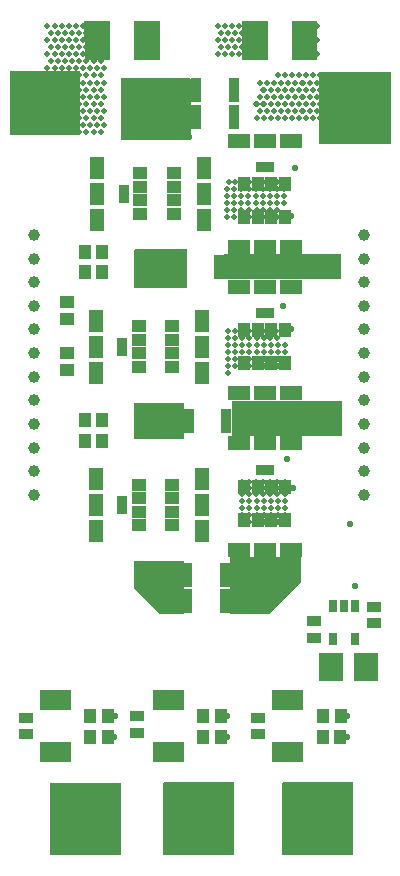
<source format=gbs>
G04*
G04 #@! TF.GenerationSoftware,Altium Limited,Altium Designer,20.0.2 (26)*
G04*
G04 Layer_Color=16711935*
%FSLAX25Y25*%
%MOIN*%
G70*
G01*
G75*
%ADD16R,0.04540X0.04343*%
%ADD18R,0.04343X0.04540*%
%ADD21C,0.03950*%
%ADD22C,0.01981*%
%ADD23C,0.02178*%
%ADD43R,0.04147X0.05131*%
%ADD44R,0.05918X0.03556*%
%ADD45R,0.07493X0.05131*%
%ADD46R,0.05131X0.04147*%
%ADD47R,0.03556X0.05918*%
%ADD48R,0.05131X0.07493*%
%ADD49R,0.04501X0.03753*%
%ADD50R,0.07887X0.09658*%
%ADD51R,0.03162X0.04343*%
%ADD52R,0.02572X0.06509*%
%ADD53R,0.03241X0.07965*%
G36*
X674508Y324000D02*
X666123D01*
X666008Y337000D01*
X674508D01*
Y324000D01*
D02*
G37*
G36*
X658000D02*
X649615D01*
X649500Y337000D01*
X658000D01*
Y324000D01*
D02*
G37*
G36*
X622000D02*
X613615D01*
X613500Y337000D01*
X622000D01*
Y324000D01*
D02*
G37*
G36*
X605449D02*
X597064D01*
X596949Y337000D01*
X605449D01*
Y324000D01*
D02*
G37*
G36*
X595500Y299072D02*
X595428Y299000D01*
X572000D01*
Y320537D01*
X595500D01*
Y299072D01*
D02*
G37*
G36*
X632500Y317660D02*
Y297217D01*
X609283D01*
X609000Y297500D01*
Y318072D01*
X632289D01*
X632500Y317660D01*
D02*
G37*
G36*
X699000Y296000D02*
X675000D01*
Y320000D01*
X699000D01*
Y296000D01*
D02*
G37*
G36*
X682628Y250911D02*
X643964Y250902D01*
X643610Y251255D01*
Y259248D01*
X643786Y259424D01*
X682628D01*
Y250911D01*
D02*
G37*
G36*
X631144Y248000D02*
X631142Y247998D01*
X613500D01*
X613393Y260645D01*
X613745Y261000D01*
X631144D01*
Y248000D01*
D02*
G37*
G36*
X682811Y198575D02*
X646110D01*
Y210500D01*
X682811D01*
Y198575D01*
D02*
G37*
G36*
X630222Y197610D02*
X613500D01*
X613500Y209787D01*
X630222D01*
Y197610D01*
D02*
G37*
G36*
X669075Y149818D02*
X658505Y139249D01*
X645610D01*
Y158280D01*
X669075D01*
Y149818D01*
D02*
G37*
G36*
X630222Y139249D02*
X622011D01*
X613500Y147760D01*
Y157000D01*
X630222D01*
Y139249D01*
D02*
G37*
G36*
X686480Y59018D02*
X662878D01*
X662859Y83146D01*
X663212Y83500D01*
X686480D01*
Y59018D01*
D02*
G37*
G36*
X646799Y83500D02*
X646799Y83500D01*
Y58999D01*
X623414D01*
X623061Y59352D01*
X622990Y83146D01*
X623343Y83500D01*
X646799D01*
D02*
G37*
G36*
X609201Y58999D02*
X585579D01*
Y83000D01*
X609201D01*
Y58999D01*
D02*
G37*
D16*
X591287Y243453D02*
D03*
Y237547D02*
D03*
X591000Y220547D02*
D03*
Y226453D02*
D03*
D18*
X602953Y197000D02*
D03*
X597047D02*
D03*
X602953Y204000D02*
D03*
X597047D02*
D03*
X602953Y253500D02*
D03*
X597047D02*
D03*
X602953Y260000D02*
D03*
X597047D02*
D03*
X604843Y98500D02*
D03*
X598937D02*
D03*
X604843Y105500D02*
D03*
X598937D02*
D03*
X682342D02*
D03*
X676437D02*
D03*
X682295Y98500D02*
D03*
X676390D02*
D03*
X642343Y105500D02*
D03*
X636437D02*
D03*
X642343Y98500D02*
D03*
X636437D02*
D03*
D21*
X690158Y179130D02*
D03*
Y187004D02*
D03*
Y194878D02*
D03*
Y202752D02*
D03*
Y210626D02*
D03*
Y218500D02*
D03*
Y226374D02*
D03*
Y234248D02*
D03*
Y242122D02*
D03*
Y249996D02*
D03*
Y257870D02*
D03*
Y265744D02*
D03*
X580000Y179130D02*
D03*
Y187004D02*
D03*
Y194878D02*
D03*
Y202752D02*
D03*
Y210626D02*
D03*
Y218500D02*
D03*
Y226374D02*
D03*
Y234248D02*
D03*
Y242122D02*
D03*
Y249996D02*
D03*
Y257870D02*
D03*
Y265744D02*
D03*
D22*
X685038Y77953D02*
D03*
Y75590D02*
D03*
Y73228D02*
D03*
Y70866D02*
D03*
Y68504D02*
D03*
Y66142D02*
D03*
Y63779D02*
D03*
Y61417D02*
D03*
X682676Y77953D02*
D03*
Y75590D02*
D03*
Y73228D02*
D03*
Y70866D02*
D03*
Y68504D02*
D03*
Y66142D02*
D03*
Y63779D02*
D03*
Y61417D02*
D03*
X680314Y77953D02*
D03*
Y75590D02*
D03*
Y73228D02*
D03*
Y70866D02*
D03*
Y68504D02*
D03*
Y66142D02*
D03*
Y63779D02*
D03*
Y61417D02*
D03*
X677951Y77953D02*
D03*
Y75590D02*
D03*
Y73228D02*
D03*
Y70866D02*
D03*
Y68504D02*
D03*
Y66142D02*
D03*
Y63779D02*
D03*
Y61417D02*
D03*
X675589Y77953D02*
D03*
Y75590D02*
D03*
Y73228D02*
D03*
Y70866D02*
D03*
Y68504D02*
D03*
Y66142D02*
D03*
Y63779D02*
D03*
Y61417D02*
D03*
X673227Y77953D02*
D03*
Y75590D02*
D03*
Y73228D02*
D03*
Y70866D02*
D03*
Y68504D02*
D03*
Y66142D02*
D03*
Y63779D02*
D03*
Y61417D02*
D03*
X670865Y77953D02*
D03*
Y75590D02*
D03*
Y73228D02*
D03*
Y70866D02*
D03*
Y68504D02*
D03*
Y66142D02*
D03*
Y63779D02*
D03*
Y61417D02*
D03*
X668503Y77953D02*
D03*
Y75590D02*
D03*
Y73228D02*
D03*
Y70866D02*
D03*
Y68504D02*
D03*
Y66142D02*
D03*
Y63779D02*
D03*
Y61417D02*
D03*
X666140Y77953D02*
D03*
Y75590D02*
D03*
Y73228D02*
D03*
Y70866D02*
D03*
Y68504D02*
D03*
Y66142D02*
D03*
Y63779D02*
D03*
Y61417D02*
D03*
X663778Y77953D02*
D03*
Y75590D02*
D03*
Y73228D02*
D03*
Y70866D02*
D03*
Y68504D02*
D03*
Y66142D02*
D03*
Y63779D02*
D03*
Y61417D02*
D03*
X644881Y77953D02*
D03*
Y75590D02*
D03*
Y73228D02*
D03*
Y70866D02*
D03*
Y68504D02*
D03*
Y66142D02*
D03*
Y63779D02*
D03*
Y61417D02*
D03*
X642518Y77953D02*
D03*
Y75590D02*
D03*
Y73228D02*
D03*
Y70866D02*
D03*
Y68504D02*
D03*
Y66142D02*
D03*
Y63779D02*
D03*
Y61417D02*
D03*
X640156Y77953D02*
D03*
Y75590D02*
D03*
Y73228D02*
D03*
Y70866D02*
D03*
Y68504D02*
D03*
Y66142D02*
D03*
Y63779D02*
D03*
Y61417D02*
D03*
X637794Y77953D02*
D03*
Y75590D02*
D03*
Y73228D02*
D03*
Y70866D02*
D03*
Y68504D02*
D03*
Y66142D02*
D03*
Y63779D02*
D03*
Y61417D02*
D03*
X635432Y77953D02*
D03*
Y75590D02*
D03*
Y73228D02*
D03*
Y70866D02*
D03*
Y68504D02*
D03*
Y66142D02*
D03*
Y63779D02*
D03*
Y61417D02*
D03*
X633070Y77953D02*
D03*
Y75590D02*
D03*
Y73228D02*
D03*
Y70866D02*
D03*
Y68504D02*
D03*
Y66142D02*
D03*
Y63779D02*
D03*
Y61417D02*
D03*
X630707Y77953D02*
D03*
Y75590D02*
D03*
Y73228D02*
D03*
Y70866D02*
D03*
Y68504D02*
D03*
Y66142D02*
D03*
Y63779D02*
D03*
Y61417D02*
D03*
X628345Y77953D02*
D03*
Y75590D02*
D03*
Y73228D02*
D03*
Y70866D02*
D03*
Y68504D02*
D03*
Y66142D02*
D03*
Y63779D02*
D03*
Y61417D02*
D03*
X625983Y77953D02*
D03*
Y75590D02*
D03*
Y73228D02*
D03*
Y70866D02*
D03*
Y68504D02*
D03*
Y66142D02*
D03*
Y63779D02*
D03*
Y61417D02*
D03*
X607085Y77953D02*
D03*
Y75590D02*
D03*
Y73228D02*
D03*
Y70866D02*
D03*
Y68504D02*
D03*
Y66142D02*
D03*
Y63779D02*
D03*
Y61417D02*
D03*
X604723Y77953D02*
D03*
Y75590D02*
D03*
Y73228D02*
D03*
Y70866D02*
D03*
Y68504D02*
D03*
Y66142D02*
D03*
Y63779D02*
D03*
Y61417D02*
D03*
X602361Y77953D02*
D03*
Y75590D02*
D03*
Y73228D02*
D03*
Y70866D02*
D03*
Y68504D02*
D03*
Y66142D02*
D03*
Y63779D02*
D03*
Y61417D02*
D03*
X599999Y77953D02*
D03*
Y75590D02*
D03*
Y73228D02*
D03*
Y70866D02*
D03*
Y68504D02*
D03*
Y66142D02*
D03*
Y63779D02*
D03*
Y61417D02*
D03*
X597637Y77953D02*
D03*
Y75590D02*
D03*
Y73228D02*
D03*
Y70866D02*
D03*
Y68504D02*
D03*
Y66142D02*
D03*
Y63779D02*
D03*
Y61417D02*
D03*
X595274Y77953D02*
D03*
Y75590D02*
D03*
Y73228D02*
D03*
Y70866D02*
D03*
Y68504D02*
D03*
Y66142D02*
D03*
Y63779D02*
D03*
Y61417D02*
D03*
X592912Y77953D02*
D03*
Y75590D02*
D03*
Y73228D02*
D03*
Y70866D02*
D03*
Y68504D02*
D03*
Y66142D02*
D03*
Y63779D02*
D03*
Y61417D02*
D03*
X590550Y77953D02*
D03*
Y75590D02*
D03*
Y73228D02*
D03*
Y70866D02*
D03*
Y68504D02*
D03*
Y66142D02*
D03*
Y63779D02*
D03*
Y61417D02*
D03*
X588188Y77953D02*
D03*
Y75590D02*
D03*
Y73228D02*
D03*
Y70866D02*
D03*
Y68504D02*
D03*
Y66142D02*
D03*
Y63779D02*
D03*
Y61417D02*
D03*
X649615Y170000D02*
D03*
X651977D02*
D03*
X654340D02*
D03*
X656702D02*
D03*
X659064D02*
D03*
X661426D02*
D03*
X663788D02*
D03*
X649605Y172500D02*
D03*
X651967D02*
D03*
X654329D02*
D03*
X656692D02*
D03*
X659054D02*
D03*
X661416D02*
D03*
X663778D02*
D03*
X649500Y183500D02*
D03*
X651862D02*
D03*
X654224D02*
D03*
X656587D02*
D03*
X658949D02*
D03*
X661311D02*
D03*
X663673D02*
D03*
X649500Y181407D02*
D03*
X651862D02*
D03*
X654224D02*
D03*
X656587D02*
D03*
X658949D02*
D03*
X661311D02*
D03*
X663673D02*
D03*
X649500Y179500D02*
D03*
X651862D02*
D03*
X654224D02*
D03*
X656587D02*
D03*
X658949D02*
D03*
X661311D02*
D03*
X663673D02*
D03*
X663778Y177165D02*
D03*
Y174803D02*
D03*
X661416Y177165D02*
D03*
Y174803D02*
D03*
X659054Y177165D02*
D03*
Y174803D02*
D03*
X656692Y177165D02*
D03*
Y174803D02*
D03*
X654329Y177165D02*
D03*
Y174803D02*
D03*
X651967Y177165D02*
D03*
Y174803D02*
D03*
X649605Y177165D02*
D03*
Y174803D02*
D03*
X653992Y233858D02*
D03*
X656354D02*
D03*
X660974D02*
D03*
X658611D02*
D03*
X654329Y231496D02*
D03*
X656692D02*
D03*
X661311D02*
D03*
X658949D02*
D03*
X649500D02*
D03*
Y233858D02*
D03*
X651862Y231496D02*
D03*
Y233858D02*
D03*
X659054Y222138D02*
D03*
Y224500D02*
D03*
X661416Y222138D02*
D03*
Y224500D02*
D03*
X654329Y222047D02*
D03*
Y224409D02*
D03*
X656692Y222047D02*
D03*
Y224409D02*
D03*
X649615Y222047D02*
D03*
Y224409D02*
D03*
X651977Y222047D02*
D03*
Y224409D02*
D03*
X663778Y229133D02*
D03*
Y226771D02*
D03*
X661416Y229133D02*
D03*
Y226771D02*
D03*
X659054Y229133D02*
D03*
Y226771D02*
D03*
X656692Y229133D02*
D03*
Y226771D02*
D03*
X654329Y229133D02*
D03*
Y226771D02*
D03*
X651967Y229133D02*
D03*
Y226771D02*
D03*
X649605Y229133D02*
D03*
Y226771D02*
D03*
X647243Y233858D02*
D03*
Y231496D02*
D03*
Y229133D02*
D03*
Y226771D02*
D03*
Y224409D02*
D03*
Y222047D02*
D03*
X644881Y233858D02*
D03*
Y231496D02*
D03*
Y229133D02*
D03*
Y226771D02*
D03*
Y224409D02*
D03*
Y222047D02*
D03*
Y219685D02*
D03*
X658500Y271616D02*
D03*
X653808Y271732D02*
D03*
X658793Y273993D02*
D03*
X661079Y271616D02*
D03*
Y273978D02*
D03*
X656354Y271616D02*
D03*
Y273978D02*
D03*
X651677Y280963D02*
D03*
Y283325D02*
D03*
X653992Y280963D02*
D03*
Y283325D02*
D03*
X656354Y280963D02*
D03*
Y283325D02*
D03*
X658716Y281065D02*
D03*
Y283427D02*
D03*
X661079Y280963D02*
D03*
Y283325D02*
D03*
X663441Y280963D02*
D03*
Y283325D02*
D03*
X647072Y283515D02*
D03*
X651659Y271769D02*
D03*
X651829Y274030D02*
D03*
X663441Y278703D02*
D03*
Y276341D02*
D03*
X661079Y278703D02*
D03*
Y276341D02*
D03*
X658716Y278703D02*
D03*
Y276341D02*
D03*
X656354Y278703D02*
D03*
Y276341D02*
D03*
X653992Y278703D02*
D03*
Y276341D02*
D03*
X651630Y278703D02*
D03*
Y276341D02*
D03*
X649268Y278703D02*
D03*
Y276341D02*
D03*
X646906Y281065D02*
D03*
Y278703D02*
D03*
Y276341D02*
D03*
Y273978D02*
D03*
Y271616D02*
D03*
X644543Y281065D02*
D03*
Y278703D02*
D03*
Y276341D02*
D03*
Y273978D02*
D03*
Y271616D02*
D03*
X654329Y274015D02*
D03*
X649500Y271754D02*
D03*
X649268Y274030D02*
D03*
Y281000D02*
D03*
Y283362D02*
D03*
X645000Y283464D02*
D03*
X656692Y333070D02*
D03*
Y328346D02*
D03*
X655511Y335432D02*
D03*
X654329Y333070D02*
D03*
X655511Y330708D02*
D03*
X654329Y328346D02*
D03*
X655511Y325984D02*
D03*
X653148Y335432D02*
D03*
X651967Y333070D02*
D03*
X653148Y330708D02*
D03*
X651967Y328346D02*
D03*
X653148Y325984D02*
D03*
X650786Y335432D02*
D03*
X649605Y333070D02*
D03*
X650786Y330708D02*
D03*
X649605Y328346D02*
D03*
X650786Y325984D02*
D03*
X648424Y335432D02*
D03*
X647243Y333070D02*
D03*
X648424Y330708D02*
D03*
X647243Y328346D02*
D03*
X648424Y325984D02*
D03*
X646062Y335432D02*
D03*
X644881Y333070D02*
D03*
X646062Y330708D02*
D03*
X644881Y328346D02*
D03*
X646062Y325984D02*
D03*
X643700Y335432D02*
D03*
X642518Y333070D02*
D03*
X643700Y330708D02*
D03*
X642518Y328346D02*
D03*
X643700Y325984D02*
D03*
X641337Y335432D02*
D03*
Y330708D02*
D03*
Y325984D02*
D03*
X603542Y335432D02*
D03*
X602361Y333070D02*
D03*
X603542Y330708D02*
D03*
X602361Y328346D02*
D03*
X603542Y325984D02*
D03*
X602361Y323621D02*
D03*
X603542Y321259D02*
D03*
X602361Y318897D02*
D03*
X603542Y316535D02*
D03*
X602361Y314173D02*
D03*
X603542Y311810D02*
D03*
X602361Y309448D02*
D03*
X603542Y307086D02*
D03*
X602361Y304724D02*
D03*
X603542Y302362D02*
D03*
X602361Y299999D02*
D03*
X601180Y335432D02*
D03*
X599999Y333070D02*
D03*
X601180Y330708D02*
D03*
X599999Y328346D02*
D03*
X601180Y325984D02*
D03*
X599999Y323621D02*
D03*
X601180Y321259D02*
D03*
X599999Y318897D02*
D03*
X601180Y316535D02*
D03*
X599999Y314173D02*
D03*
X601180Y311810D02*
D03*
X599999Y309448D02*
D03*
X601180Y307086D02*
D03*
X599999Y304724D02*
D03*
X601180Y302362D02*
D03*
X599999Y299999D02*
D03*
X598818Y335432D02*
D03*
X597637Y333070D02*
D03*
X598818Y330708D02*
D03*
X597637Y328346D02*
D03*
X598818Y325984D02*
D03*
X597637Y323621D02*
D03*
X598818Y321259D02*
D03*
X597637Y318897D02*
D03*
X598818Y316535D02*
D03*
X597637Y314173D02*
D03*
X598818Y311810D02*
D03*
X597637Y309448D02*
D03*
X598818Y307086D02*
D03*
X597637Y304724D02*
D03*
X598818Y302362D02*
D03*
X597637Y299999D02*
D03*
X596455Y335432D02*
D03*
X595274Y333070D02*
D03*
X596455Y330708D02*
D03*
X595274Y328346D02*
D03*
X596455Y325984D02*
D03*
X595274Y323621D02*
D03*
X596455Y321259D02*
D03*
X595274Y318897D02*
D03*
X596455Y316535D02*
D03*
X595274Y314173D02*
D03*
X596455Y311810D02*
D03*
X595274Y309448D02*
D03*
X596455Y307086D02*
D03*
X595274Y304724D02*
D03*
X596455Y302362D02*
D03*
X595274Y299999D02*
D03*
X594093Y335432D02*
D03*
X592912Y333070D02*
D03*
X594093Y330708D02*
D03*
X592912Y328346D02*
D03*
X594093Y325984D02*
D03*
X592912Y323621D02*
D03*
X594093Y321259D02*
D03*
X592912Y318897D02*
D03*
X594093Y316535D02*
D03*
X592912Y314173D02*
D03*
X594093Y311810D02*
D03*
X592912Y309448D02*
D03*
X594093Y307086D02*
D03*
X592912Y304724D02*
D03*
X594093Y302362D02*
D03*
X592912Y299999D02*
D03*
X591731Y335432D02*
D03*
X590550Y333070D02*
D03*
X591731Y330708D02*
D03*
X590550Y328346D02*
D03*
X591731Y325984D02*
D03*
X590550Y323621D02*
D03*
X591731Y321259D02*
D03*
X590550Y318897D02*
D03*
X591731Y316535D02*
D03*
X590550Y314173D02*
D03*
X591731Y311810D02*
D03*
X590550Y309448D02*
D03*
X591731Y307086D02*
D03*
X590550Y304724D02*
D03*
X591731Y302362D02*
D03*
X590550Y299999D02*
D03*
X589369Y335432D02*
D03*
X588188Y333070D02*
D03*
X589369Y330708D02*
D03*
X588188Y328346D02*
D03*
X589369Y325984D02*
D03*
X588188Y323621D02*
D03*
X589369Y321259D02*
D03*
X588188Y318897D02*
D03*
X589369Y316535D02*
D03*
X588188Y314173D02*
D03*
X589369Y311810D02*
D03*
X588188Y309448D02*
D03*
X589369Y307086D02*
D03*
X588188Y304724D02*
D03*
X589369Y302362D02*
D03*
X588188Y299999D02*
D03*
X587007Y335432D02*
D03*
X585826Y333070D02*
D03*
X587007Y330708D02*
D03*
X585826Y328346D02*
D03*
X587007Y325984D02*
D03*
X585826Y323621D02*
D03*
X587007Y321259D02*
D03*
X585826Y318897D02*
D03*
X587007Y316535D02*
D03*
X585826Y314173D02*
D03*
X587007Y311810D02*
D03*
X585826Y309448D02*
D03*
X587007Y307086D02*
D03*
X585826Y304724D02*
D03*
X587007Y302362D02*
D03*
X585826Y299999D02*
D03*
X584645Y335432D02*
D03*
Y330708D02*
D03*
Y325984D02*
D03*
Y321259D02*
D03*
X583463Y318897D02*
D03*
X584645Y316535D02*
D03*
X583463Y314173D02*
D03*
X584645Y311810D02*
D03*
X583463Y309448D02*
D03*
X584645Y307086D02*
D03*
X583463Y304724D02*
D03*
X584645Y302362D02*
D03*
X583463Y299999D02*
D03*
X581101Y318897D02*
D03*
X582282Y316535D02*
D03*
X581101Y314173D02*
D03*
X582282Y311810D02*
D03*
X581101Y309448D02*
D03*
X582282Y307086D02*
D03*
X581101Y304724D02*
D03*
X582282Y302362D02*
D03*
X581101Y299999D02*
D03*
X578739Y318897D02*
D03*
X579920Y316535D02*
D03*
X578739Y314173D02*
D03*
X579920Y311810D02*
D03*
X578739Y309448D02*
D03*
X579920Y307086D02*
D03*
X578739Y304724D02*
D03*
X579920Y302362D02*
D03*
X578739Y299999D02*
D03*
X576377Y318897D02*
D03*
X577558Y316535D02*
D03*
X576377Y314173D02*
D03*
X577558Y311810D02*
D03*
X576377Y309448D02*
D03*
X577558Y307086D02*
D03*
X576377Y304724D02*
D03*
X577558Y302362D02*
D03*
X576377Y299999D02*
D03*
X574015Y318897D02*
D03*
X575196Y316535D02*
D03*
X574015Y314173D02*
D03*
X575196Y311810D02*
D03*
X574015Y309448D02*
D03*
X575196Y307086D02*
D03*
X574015Y304724D02*
D03*
X575196Y302362D02*
D03*
X574015Y299999D02*
D03*
X696802Y318897D02*
D03*
X697983Y316535D02*
D03*
X696802Y314173D02*
D03*
X697983Y311810D02*
D03*
X696802Y309448D02*
D03*
X697983Y307086D02*
D03*
X696802Y304724D02*
D03*
X697983Y302362D02*
D03*
X696802Y299999D02*
D03*
X694439Y318897D02*
D03*
X695620Y316535D02*
D03*
X694439Y314173D02*
D03*
X695620Y311810D02*
D03*
X694439Y309448D02*
D03*
X695620Y307086D02*
D03*
X694439Y304724D02*
D03*
X695620Y302362D02*
D03*
X694439Y299999D02*
D03*
X692077Y318897D02*
D03*
X693258Y316535D02*
D03*
X692077Y314173D02*
D03*
X693258Y311810D02*
D03*
X692077Y309448D02*
D03*
X693258Y307086D02*
D03*
X692077Y304724D02*
D03*
X693258Y302362D02*
D03*
X692077Y299999D02*
D03*
X689715Y318897D02*
D03*
X690896Y316535D02*
D03*
X689715Y314173D02*
D03*
X690896Y311810D02*
D03*
X689715Y309448D02*
D03*
X690896Y307086D02*
D03*
X689715Y304724D02*
D03*
X690896Y302362D02*
D03*
X689715Y299999D02*
D03*
X687353Y318897D02*
D03*
X688534Y316535D02*
D03*
X687353Y314173D02*
D03*
X688534Y311810D02*
D03*
X687353Y309448D02*
D03*
X688534Y307086D02*
D03*
X687353Y304724D02*
D03*
X688534Y302362D02*
D03*
X687353Y299999D02*
D03*
X684991Y318897D02*
D03*
X686172Y316535D02*
D03*
X684991Y314173D02*
D03*
X686172Y311810D02*
D03*
X684991Y309448D02*
D03*
X686172Y307086D02*
D03*
X684991Y304724D02*
D03*
X686172Y302362D02*
D03*
X684991Y299999D02*
D03*
X682628Y318897D02*
D03*
X683810Y316535D02*
D03*
X682628Y314173D02*
D03*
X683810Y311810D02*
D03*
X682628Y309448D02*
D03*
X683810Y307086D02*
D03*
X682628Y304724D02*
D03*
X683810Y302362D02*
D03*
X682628Y299999D02*
D03*
X680266Y318897D02*
D03*
X681447Y316535D02*
D03*
X680266Y314173D02*
D03*
X681447Y311810D02*
D03*
X680266Y309448D02*
D03*
X681447Y307086D02*
D03*
X680266Y304724D02*
D03*
X681447Y302362D02*
D03*
X680266Y299999D02*
D03*
X677904Y318897D02*
D03*
X679085Y316535D02*
D03*
X677904Y314173D02*
D03*
X679085Y311810D02*
D03*
X677904Y309448D02*
D03*
X679085Y307086D02*
D03*
X677904Y304724D02*
D03*
X679085Y302362D02*
D03*
X677904Y299999D02*
D03*
X675542Y318897D02*
D03*
X676723Y316535D02*
D03*
X675542Y314173D02*
D03*
X676723Y311810D02*
D03*
X675542Y309448D02*
D03*
X676723Y307086D02*
D03*
X675542Y304724D02*
D03*
X676723Y302362D02*
D03*
X674361Y335432D02*
D03*
X673180Y333070D02*
D03*
X674361Y330708D02*
D03*
X673180Y328346D02*
D03*
X674361Y325984D02*
D03*
X673180Y318897D02*
D03*
X674361Y316535D02*
D03*
X673180Y314173D02*
D03*
X674361Y311810D02*
D03*
X673180Y309448D02*
D03*
X674361Y307086D02*
D03*
X673180Y304724D02*
D03*
X671999Y335432D02*
D03*
X670817Y333070D02*
D03*
X671999Y330708D02*
D03*
X670817Y328346D02*
D03*
X671999Y325984D02*
D03*
X670817Y318897D02*
D03*
X671999Y316535D02*
D03*
X670817Y314173D02*
D03*
X671999Y311810D02*
D03*
X670817Y309448D02*
D03*
X671999Y307086D02*
D03*
X669636Y335432D02*
D03*
X668455Y333070D02*
D03*
X669636Y330708D02*
D03*
X668455Y328346D02*
D03*
X669636Y325984D02*
D03*
X668455Y318897D02*
D03*
X669636Y316535D02*
D03*
X668455Y314173D02*
D03*
X669636Y311810D02*
D03*
X668455Y309448D02*
D03*
X669636Y307086D02*
D03*
X667274Y335432D02*
D03*
Y330708D02*
D03*
Y325984D02*
D03*
X666093Y318897D02*
D03*
X667274Y316535D02*
D03*
X666093Y314173D02*
D03*
X667274Y311810D02*
D03*
X666093Y309448D02*
D03*
X667274Y307086D02*
D03*
X663731Y318897D02*
D03*
X664912Y316535D02*
D03*
X663731Y314173D02*
D03*
X664912Y311810D02*
D03*
X663731Y309448D02*
D03*
X664912Y307086D02*
D03*
X662550Y316535D02*
D03*
X661369Y314173D02*
D03*
X662550Y311810D02*
D03*
X661369Y309448D02*
D03*
X662550Y307086D02*
D03*
X660187Y316535D02*
D03*
X659006Y314173D02*
D03*
X660187Y311810D02*
D03*
X659006Y309448D02*
D03*
X660187Y307086D02*
D03*
X657825Y316535D02*
D03*
X656644Y314173D02*
D03*
X657825Y311810D02*
D03*
X656644Y309448D02*
D03*
X657825Y307086D02*
D03*
X655463Y316535D02*
D03*
Y311810D02*
D03*
X654282Y309448D02*
D03*
X655463Y307086D02*
D03*
X620030Y335432D02*
D03*
X618849Y333070D02*
D03*
X620030Y330708D02*
D03*
X618849Y328346D02*
D03*
X620030Y325984D02*
D03*
X617668Y335432D02*
D03*
X616487Y333070D02*
D03*
X617668Y330708D02*
D03*
X616487Y328346D02*
D03*
X617668Y325984D02*
D03*
X614890Y335500D02*
D03*
X696849Y318897D02*
D03*
X698030Y316535D02*
D03*
X696849Y314173D02*
D03*
X698030Y311810D02*
D03*
X696849Y309448D02*
D03*
X698030Y307086D02*
D03*
X696849Y304724D02*
D03*
X698030Y302362D02*
D03*
X696849Y299999D02*
D03*
X694487Y318897D02*
D03*
X695668Y316535D02*
D03*
X694487Y314173D02*
D03*
X695668Y311810D02*
D03*
X694487Y309448D02*
D03*
X695668Y307086D02*
D03*
X694487Y304724D02*
D03*
X695668Y302362D02*
D03*
X694487Y299999D02*
D03*
X692125Y318897D02*
D03*
X693306Y316535D02*
D03*
X692125Y314173D02*
D03*
X693306Y311810D02*
D03*
X692125Y309448D02*
D03*
X693306Y307086D02*
D03*
X692125Y304724D02*
D03*
X693306Y302362D02*
D03*
X692125Y299999D02*
D03*
X689762Y318897D02*
D03*
X690943Y316535D02*
D03*
X689762Y314173D02*
D03*
X690943Y311810D02*
D03*
X689762Y309448D02*
D03*
X690943Y307086D02*
D03*
X689762Y304724D02*
D03*
X690943Y302362D02*
D03*
X689762Y299999D02*
D03*
X687400Y318897D02*
D03*
X688581Y316535D02*
D03*
X687400Y314173D02*
D03*
X688581Y311810D02*
D03*
X687400Y309448D02*
D03*
X688581Y307086D02*
D03*
X687400Y304724D02*
D03*
X688581Y302362D02*
D03*
X687400Y299999D02*
D03*
X685038Y318897D02*
D03*
X686219Y316535D02*
D03*
X685038Y314173D02*
D03*
X686219Y311810D02*
D03*
X685038Y309448D02*
D03*
X686219Y307086D02*
D03*
X685038Y304724D02*
D03*
X686219Y302362D02*
D03*
X685038Y299999D02*
D03*
X682676Y318897D02*
D03*
X683857Y316535D02*
D03*
X682676Y314173D02*
D03*
X683857Y311810D02*
D03*
X682676Y309448D02*
D03*
X683857Y307086D02*
D03*
X682676Y304724D02*
D03*
X683857Y302362D02*
D03*
X682676Y299999D02*
D03*
X680314Y318897D02*
D03*
X681495Y316535D02*
D03*
X680314Y314173D02*
D03*
X681495Y311810D02*
D03*
X680314Y309448D02*
D03*
X681495Y307086D02*
D03*
X680314Y304724D02*
D03*
X681495Y302362D02*
D03*
X680314Y299999D02*
D03*
X677951Y318897D02*
D03*
X679133Y316535D02*
D03*
X677951Y314173D02*
D03*
X679133Y311810D02*
D03*
X677951Y309448D02*
D03*
X679133Y307086D02*
D03*
X677951Y304724D02*
D03*
X679133Y302362D02*
D03*
X677951Y299999D02*
D03*
X675589Y318897D02*
D03*
X676770Y316535D02*
D03*
X675589Y314173D02*
D03*
X676770Y311810D02*
D03*
X675589Y309448D02*
D03*
X676770Y307086D02*
D03*
X675589Y304724D02*
D03*
X676770Y302362D02*
D03*
X674408Y335432D02*
D03*
X673227Y333070D02*
D03*
X674408Y330708D02*
D03*
X673227Y328346D02*
D03*
X674408Y325984D02*
D03*
X673227Y318897D02*
D03*
X674408Y316535D02*
D03*
X673227Y314173D02*
D03*
X674408Y311810D02*
D03*
X673227Y309448D02*
D03*
X674408Y307086D02*
D03*
X673227Y304724D02*
D03*
X672046Y335432D02*
D03*
X670865Y333070D02*
D03*
X672046Y330708D02*
D03*
X670865Y328346D02*
D03*
X672046Y325984D02*
D03*
X670865Y318897D02*
D03*
X672046Y316535D02*
D03*
X670865Y314173D02*
D03*
X672046Y311810D02*
D03*
X670865Y309448D02*
D03*
X672046Y307086D02*
D03*
X670865Y304724D02*
D03*
X669684Y335432D02*
D03*
X668503Y333070D02*
D03*
X669684Y330708D02*
D03*
X668503Y328346D02*
D03*
X669684Y325984D02*
D03*
X668503Y318897D02*
D03*
X669684Y316535D02*
D03*
X668503Y314173D02*
D03*
X669684Y311810D02*
D03*
X668503Y309448D02*
D03*
X669684Y307086D02*
D03*
X668503Y304724D02*
D03*
X667321Y335432D02*
D03*
Y330708D02*
D03*
Y325984D02*
D03*
X666140Y318897D02*
D03*
X667321Y316535D02*
D03*
X666140Y314173D02*
D03*
X667321Y311810D02*
D03*
X666140Y309448D02*
D03*
X667321Y307086D02*
D03*
X666140Y304724D02*
D03*
X663778Y318897D02*
D03*
X664959Y316535D02*
D03*
X663778Y314173D02*
D03*
X664959Y311810D02*
D03*
X663778Y309448D02*
D03*
X664959Y307086D02*
D03*
X663778Y304724D02*
D03*
X661416Y318897D02*
D03*
X662597Y316535D02*
D03*
X661416Y314173D02*
D03*
X662597Y311810D02*
D03*
X661416Y309448D02*
D03*
X662597Y307086D02*
D03*
X661416Y304724D02*
D03*
X660235Y316535D02*
D03*
X659054Y314173D02*
D03*
X660235Y311810D02*
D03*
X659054Y309448D02*
D03*
X660235Y307086D02*
D03*
X659054Y304724D02*
D03*
X657873Y316535D02*
D03*
X656692Y314173D02*
D03*
X657873Y311810D02*
D03*
X656692Y309448D02*
D03*
X657873Y307086D02*
D03*
X656692Y304724D02*
D03*
X655511Y316535D02*
D03*
Y311810D02*
D03*
X654329Y309448D02*
D03*
X655511Y307086D02*
D03*
X654329Y304724D02*
D03*
D23*
X665661Y272000D02*
D03*
X667181Y288000D02*
D03*
X631701Y298500D02*
D03*
X685500Y169500D02*
D03*
X665812Y234500D02*
D03*
X663102Y242000D02*
D03*
X666488Y181256D02*
D03*
X664335Y191000D02*
D03*
X607087Y105500D02*
D03*
X606902Y98500D02*
D03*
X644402D02*
D03*
X644500Y105500D02*
D03*
X684500Y98500D02*
D03*
X684469Y105500D02*
D03*
X687240Y148760D02*
D03*
D43*
X650209Y282778D02*
D03*
X654736D02*
D03*
X659264D02*
D03*
X663791D02*
D03*
X650209Y271754D02*
D03*
X654736D02*
D03*
X659264D02*
D03*
X663791D02*
D03*
X650209Y181846D02*
D03*
X654736D02*
D03*
X659264D02*
D03*
X663791D02*
D03*
X650209Y170823D02*
D03*
X654736D02*
D03*
X659264D02*
D03*
X663791D02*
D03*
Y223047D02*
D03*
X659264D02*
D03*
X654736D02*
D03*
X650209D02*
D03*
X663791Y234071D02*
D03*
X659264D02*
D03*
X654736D02*
D03*
X650209D02*
D03*
D44*
X657000Y288289D02*
D03*
Y187358D02*
D03*
Y239583D02*
D03*
D45*
X648339Y261715D02*
D03*
X657000D02*
D03*
X665661D02*
D03*
X648339Y297148D02*
D03*
X657000D02*
D03*
X665661D02*
D03*
X648339Y160784D02*
D03*
X657000D02*
D03*
X665661D02*
D03*
X648339Y196216D02*
D03*
X657000D02*
D03*
X665661D02*
D03*
Y248441D02*
D03*
X657000D02*
D03*
X648339D02*
D03*
X665661Y213008D02*
D03*
X657000D02*
D03*
X648339D02*
D03*
D46*
X615154Y168945D02*
D03*
Y173472D02*
D03*
Y178000D02*
D03*
Y182528D02*
D03*
X626177Y168945D02*
D03*
Y173472D02*
D03*
Y178000D02*
D03*
Y182528D02*
D03*
X626677Y286291D02*
D03*
Y281764D02*
D03*
Y277236D02*
D03*
Y272709D02*
D03*
X615654Y286291D02*
D03*
Y281764D02*
D03*
Y277236D02*
D03*
Y272709D02*
D03*
X626177Y235291D02*
D03*
Y230764D02*
D03*
Y226236D02*
D03*
Y221709D02*
D03*
X615154Y235291D02*
D03*
Y230764D02*
D03*
Y226236D02*
D03*
Y221709D02*
D03*
D47*
X609642Y175736D02*
D03*
X610142Y279500D02*
D03*
X609642Y228500D02*
D03*
D48*
X636217Y167075D02*
D03*
Y175736D02*
D03*
Y184398D02*
D03*
X600783Y167075D02*
D03*
Y175736D02*
D03*
Y184398D02*
D03*
X601284Y288161D02*
D03*
Y279500D02*
D03*
Y270839D02*
D03*
X636717Y288161D02*
D03*
Y279500D02*
D03*
Y270839D02*
D03*
X600783Y237161D02*
D03*
Y228500D02*
D03*
Y219839D02*
D03*
X636216Y237161D02*
D03*
Y228500D02*
D03*
Y219839D02*
D03*
D49*
X693500Y136244D02*
D03*
Y141756D02*
D03*
X673500Y131382D02*
D03*
Y136894D02*
D03*
X654890Y99244D02*
D03*
Y104756D02*
D03*
X614500Y99744D02*
D03*
Y105256D02*
D03*
X577500Y99244D02*
D03*
Y104756D02*
D03*
D50*
X679295Y121685D02*
D03*
X690713D02*
D03*
D51*
X679760Y130988D02*
D03*
X687240D02*
D03*
Y142012D02*
D03*
X683500D02*
D03*
X679760D02*
D03*
D52*
X668567Y110760D02*
D03*
X666008D02*
D03*
X663449D02*
D03*
X660890D02*
D03*
Y93240D02*
D03*
X663449D02*
D03*
X666008D02*
D03*
X668567D02*
D03*
X628787Y110760D02*
D03*
X626228D02*
D03*
X623669D02*
D03*
X621110D02*
D03*
Y93240D02*
D03*
X623669D02*
D03*
X626228D02*
D03*
X628787D02*
D03*
X591287Y110760D02*
D03*
X588728D02*
D03*
X586169D02*
D03*
X583610D02*
D03*
Y93240D02*
D03*
X586169D02*
D03*
X588728D02*
D03*
X591287D02*
D03*
D53*
X644299Y203657D02*
D03*
X631701D02*
D03*
X641799Y255075D02*
D03*
X629201D02*
D03*
X646799Y305000D02*
D03*
X634201D02*
D03*
X646799Y314000D02*
D03*
X634201D02*
D03*
X643799Y143783D02*
D03*
X631201D02*
D03*
X643799Y152500D02*
D03*
X631201D02*
D03*
M02*

</source>
